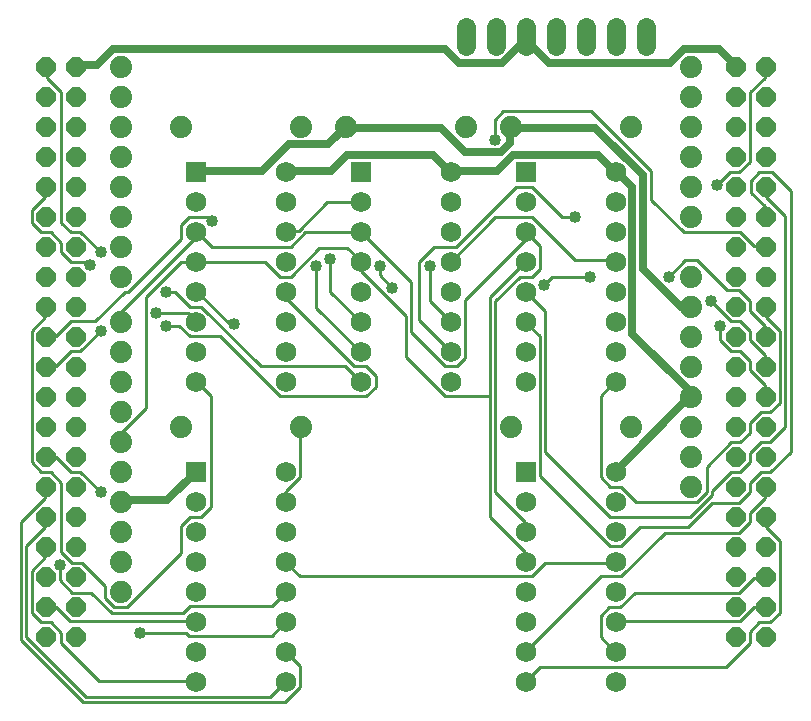
<source format=gbl>
G75*
%MOIN*%
%OFA0B0*%
%FSLAX25Y25*%
%IPPOS*%
%LPD*%
%AMOC8*
5,1,8,0,0,1.08239X$1,22.5*
%
%ADD10C,0.07400*%
%ADD11R,0.06800X0.06800*%
%ADD12C,0.06800*%
%ADD13C,0.06400*%
%ADD14OC8,0.06400*%
%ADD15C,0.02500*%
%ADD16C,0.01000*%
%ADD17C,0.04000*%
D10*
X0070000Y0102524D03*
X0070000Y0112524D03*
X0070000Y0122524D03*
X0070000Y0132524D03*
X0070000Y0142524D03*
X0070000Y0152524D03*
X0070000Y0162524D03*
X0070000Y0172524D03*
X0070000Y0182524D03*
X0070000Y0192524D03*
X0070000Y0207524D03*
X0070000Y0217524D03*
X0070000Y0227524D03*
X0070000Y0237524D03*
X0070000Y0247524D03*
X0070000Y0257524D03*
X0070000Y0267524D03*
X0070000Y0277524D03*
X0090000Y0257524D03*
X0130000Y0257524D03*
X0145000Y0257524D03*
X0185000Y0257524D03*
X0200000Y0257524D03*
X0240000Y0257524D03*
X0260000Y0257524D03*
X0260000Y0267524D03*
X0260000Y0277524D03*
X0260000Y0247524D03*
X0260000Y0237524D03*
X0260000Y0227524D03*
X0260000Y0207524D03*
X0260000Y0197524D03*
X0260000Y0187524D03*
X0260000Y0177524D03*
X0260000Y0167524D03*
X0260000Y0157524D03*
X0260000Y0147524D03*
X0260000Y0137524D03*
X0240000Y0157524D03*
X0200000Y0157524D03*
X0130000Y0157524D03*
X0090000Y0157524D03*
D11*
X0095000Y0142524D03*
X0095000Y0242524D03*
X0150000Y0242524D03*
X0205000Y0242524D03*
X0205000Y0142524D03*
D12*
X0205000Y0132524D03*
X0205000Y0122524D03*
X0205000Y0112524D03*
X0205000Y0102524D03*
X0205000Y0092524D03*
X0205000Y0082524D03*
X0205000Y0072524D03*
X0235000Y0072524D03*
X0235000Y0082524D03*
X0235000Y0092524D03*
X0235000Y0102524D03*
X0235000Y0112524D03*
X0235000Y0122524D03*
X0235000Y0132524D03*
X0235000Y0142524D03*
X0235000Y0172524D03*
X0235000Y0182524D03*
X0235000Y0192524D03*
X0235000Y0202524D03*
X0235000Y0212524D03*
X0235000Y0222524D03*
X0235000Y0232524D03*
X0235000Y0242524D03*
X0205000Y0232524D03*
X0205000Y0222524D03*
X0205000Y0212524D03*
X0205000Y0202524D03*
X0205000Y0192524D03*
X0205000Y0182524D03*
X0205000Y0172524D03*
X0180000Y0172524D03*
X0180000Y0182524D03*
X0180000Y0192524D03*
X0180000Y0202524D03*
X0180000Y0212524D03*
X0180000Y0222524D03*
X0180000Y0232524D03*
X0180000Y0242524D03*
X0150000Y0232524D03*
X0150000Y0222524D03*
X0150000Y0212524D03*
X0150000Y0202524D03*
X0150000Y0192524D03*
X0150000Y0182524D03*
X0150000Y0172524D03*
X0125000Y0172524D03*
X0125000Y0182524D03*
X0125000Y0192524D03*
X0125000Y0202524D03*
X0125000Y0212524D03*
X0125000Y0222524D03*
X0125000Y0232524D03*
X0125000Y0242524D03*
X0095000Y0232524D03*
X0095000Y0222524D03*
X0095000Y0212524D03*
X0095000Y0202524D03*
X0095000Y0192524D03*
X0095000Y0182524D03*
X0095000Y0172524D03*
X0125000Y0142524D03*
X0125000Y0132524D03*
X0125000Y0122524D03*
X0125000Y0112524D03*
X0125000Y0102524D03*
X0125000Y0092524D03*
X0125000Y0082524D03*
X0125000Y0072524D03*
X0095000Y0072524D03*
X0095000Y0082524D03*
X0095000Y0092524D03*
X0095000Y0102524D03*
X0095000Y0112524D03*
X0095000Y0122524D03*
X0095000Y0132524D03*
D13*
X0185000Y0284324D02*
X0185000Y0290724D01*
X0195000Y0290724D02*
X0195000Y0284324D01*
X0205000Y0284324D02*
X0205000Y0290724D01*
X0215000Y0290724D02*
X0215000Y0284324D01*
X0225000Y0284324D02*
X0225000Y0290724D01*
X0235000Y0290724D02*
X0235000Y0284324D01*
X0245000Y0284324D02*
X0245000Y0290724D01*
D14*
X0275000Y0277524D03*
X0285000Y0277524D03*
X0285000Y0267524D03*
X0275000Y0267524D03*
X0275000Y0257524D03*
X0285000Y0257524D03*
X0285000Y0247524D03*
X0275000Y0247524D03*
X0275000Y0237524D03*
X0285000Y0237524D03*
X0285000Y0227524D03*
X0275000Y0227524D03*
X0275000Y0217524D03*
X0285000Y0217524D03*
X0285000Y0207524D03*
X0275000Y0207524D03*
X0275000Y0197524D03*
X0285000Y0197524D03*
X0285000Y0187524D03*
X0275000Y0187524D03*
X0275000Y0177524D03*
X0285000Y0177524D03*
X0285000Y0167524D03*
X0275000Y0167524D03*
X0275000Y0157524D03*
X0285000Y0157524D03*
X0285000Y0147524D03*
X0275000Y0147524D03*
X0275000Y0137524D03*
X0285000Y0137524D03*
X0285000Y0127524D03*
X0275000Y0127524D03*
X0275000Y0117524D03*
X0285000Y0117524D03*
X0285000Y0107524D03*
X0275000Y0107524D03*
X0275000Y0097524D03*
X0285000Y0097524D03*
X0285000Y0087524D03*
X0275000Y0087524D03*
X0055000Y0087524D03*
X0055000Y0097524D03*
X0045000Y0097524D03*
X0045000Y0087524D03*
X0045000Y0107524D03*
X0045000Y0117524D03*
X0045000Y0127524D03*
X0055000Y0127524D03*
X0055000Y0117524D03*
X0055000Y0107524D03*
X0055000Y0137524D03*
X0055000Y0147524D03*
X0055000Y0157524D03*
X0055000Y0167524D03*
X0045000Y0167524D03*
X0045000Y0157524D03*
X0045000Y0147524D03*
X0045000Y0137524D03*
X0045000Y0177524D03*
X0045000Y0187524D03*
X0045000Y0197524D03*
X0045000Y0207524D03*
X0055000Y0207524D03*
X0055000Y0197524D03*
X0055000Y0187524D03*
X0055000Y0177524D03*
X0055000Y0217524D03*
X0055000Y0227524D03*
X0055000Y0237524D03*
X0045000Y0237524D03*
X0045000Y0227524D03*
X0045000Y0217524D03*
X0045000Y0247524D03*
X0045000Y0257524D03*
X0045000Y0267524D03*
X0045000Y0277524D03*
X0055000Y0277524D03*
X0055000Y0267524D03*
X0055000Y0257524D03*
X0055000Y0247524D03*
D15*
X0055000Y0277524D02*
X0055238Y0277958D01*
X0062015Y0277958D01*
X0067436Y0283379D01*
X0178120Y0283379D01*
X0182638Y0278861D01*
X0197094Y0278861D01*
X0204323Y0286090D01*
X0205000Y0287524D01*
X0205226Y0287445D01*
X0205226Y0286541D01*
X0212906Y0278861D01*
X0253114Y0278861D01*
X0257632Y0283379D01*
X0269378Y0283379D01*
X0274799Y0277958D01*
X0275000Y0277524D01*
X0244079Y0241364D02*
X0228267Y0257176D01*
X0200257Y0257176D01*
X0200000Y0257524D01*
X0199805Y0256273D01*
X0199805Y0252207D01*
X0196643Y0249044D01*
X0184897Y0249044D01*
X0176765Y0257176D01*
X0146044Y0257176D01*
X0145000Y0257524D01*
X0144689Y0257176D01*
X0139268Y0251755D01*
X0126166Y0251755D01*
X0117131Y0242719D01*
X0095446Y0242719D01*
X0095000Y0242524D01*
X0125000Y0242524D02*
X0125263Y0242719D01*
X0140171Y0242719D01*
X0145593Y0248141D01*
X0174054Y0248141D01*
X0179024Y0243171D01*
X0180000Y0242524D01*
X0180379Y0242719D01*
X0195287Y0242719D01*
X0200709Y0248141D01*
X0229170Y0248141D01*
X0234592Y0242719D01*
X0235000Y0242524D01*
X0235947Y0241816D01*
X0240465Y0237298D01*
X0240465Y0188507D01*
X0258987Y0169984D01*
X0258987Y0168629D01*
X0260000Y0167524D01*
X0259891Y0167725D01*
X0235043Y0142878D01*
X0235000Y0142524D01*
X0256728Y0197542D02*
X0244079Y0210192D01*
X0244079Y0241364D01*
X0256728Y0197542D02*
X0259891Y0197542D01*
X0260000Y0197524D01*
X0095000Y0142524D02*
X0094994Y0142426D01*
X0085507Y0132939D01*
X0070147Y0132939D01*
X0070000Y0132524D01*
D16*
X0057497Y0065625D02*
X0124811Y0065625D01*
X0129781Y0070594D01*
X0129781Y0077823D01*
X0125263Y0082341D01*
X0125000Y0082524D01*
X0120293Y0087762D02*
X0124811Y0092280D01*
X0125000Y0092524D01*
X0120293Y0097701D02*
X0124811Y0102219D01*
X0125000Y0102524D01*
X0120293Y0097701D02*
X0093187Y0097701D01*
X0090928Y0095442D01*
X0066984Y0095442D01*
X0060208Y0102219D01*
X0053883Y0102219D01*
X0049817Y0106284D01*
X0049817Y0111254D01*
X0053883Y0112157D02*
X0050269Y0115772D01*
X0050269Y0138812D01*
X0046655Y0142426D01*
X0043492Y0142426D01*
X0040330Y0145589D01*
X0040330Y0189410D01*
X0044847Y0193928D01*
X0044847Y0197091D01*
X0045000Y0197524D01*
X0053431Y0192573D02*
X0048462Y0187603D01*
X0045299Y0187603D01*
X0045000Y0187524D01*
X0053431Y0182634D02*
X0048462Y0177664D01*
X0045299Y0177664D01*
X0045000Y0177524D01*
X0053431Y0182634D02*
X0056594Y0182634D01*
X0063370Y0189410D01*
X0061563Y0192573D02*
X0071502Y0202512D01*
X0072406Y0202512D01*
X0090025Y0220131D01*
X0090025Y0224649D01*
X0092735Y0227359D01*
X0099060Y0227359D01*
X0100415Y0226004D01*
X0095898Y0221486D02*
X0095000Y0222524D01*
X0095446Y0222390D01*
X0100415Y0217420D01*
X0126618Y0217420D01*
X0131588Y0222390D01*
X0149658Y0222390D01*
X0150000Y0222524D01*
X0150110Y0222390D01*
X0166826Y0205674D01*
X0166826Y0188959D01*
X0178120Y0177664D01*
X0182186Y0177664D01*
X0184897Y0180375D01*
X0184897Y0199801D01*
X0206130Y0221034D01*
X0205000Y0222524D01*
X0205226Y0222390D01*
X0209744Y0217872D01*
X0209744Y0210192D01*
X0207033Y0207481D01*
X0202968Y0207481D01*
X0194836Y0199349D01*
X0194836Y0135650D01*
X0204775Y0125711D01*
X0204775Y0122548D01*
X0205000Y0122524D01*
X0204775Y0115772D02*
X0193029Y0127518D01*
X0193029Y0167725D01*
X0178120Y0167725D01*
X0165019Y0180827D01*
X0165019Y0194380D01*
X0150110Y0209288D01*
X0150110Y0212451D01*
X0150000Y0212524D01*
X0149658Y0212903D01*
X0145593Y0216969D01*
X0136105Y0216969D01*
X0126618Y0207481D01*
X0123004Y0207481D01*
X0118034Y0212451D01*
X0095446Y0212451D01*
X0095000Y0212524D01*
X0094542Y0212451D01*
X0090025Y0212451D01*
X0078279Y0200705D01*
X0078279Y0163659D01*
X0070147Y0155528D01*
X0070147Y0152817D01*
X0070000Y0152524D01*
X0056594Y0142426D02*
X0063370Y0135650D01*
X0056594Y0142426D02*
X0053431Y0142426D01*
X0048462Y0147396D01*
X0045299Y0147396D01*
X0045000Y0147524D01*
X0045000Y0137524D02*
X0044847Y0137457D01*
X0044847Y0133843D01*
X0036716Y0125711D01*
X0036716Y0086406D01*
X0057497Y0065625D01*
X0058401Y0067432D02*
X0119842Y0067432D01*
X0124811Y0072402D01*
X0125000Y0072524D01*
X0120293Y0087762D02*
X0092735Y0087762D01*
X0091832Y0088665D01*
X0076471Y0088665D01*
X0071954Y0097249D02*
X0090025Y0115320D01*
X0090025Y0124355D01*
X0093187Y0127518D01*
X0096801Y0127518D01*
X0099964Y0130680D01*
X0099964Y0167725D01*
X0095446Y0172243D01*
X0095000Y0172524D01*
X0093187Y0187603D02*
X0103126Y0187603D01*
X0123004Y0167725D01*
X0151917Y0167725D01*
X0155080Y0170888D01*
X0155080Y0174502D01*
X0151917Y0177664D01*
X0147851Y0177664D01*
X0125263Y0200253D01*
X0125263Y0202512D01*
X0125000Y0202524D01*
X0135202Y0197091D02*
X0135202Y0211095D01*
X0139719Y0213354D02*
X0139719Y0202512D01*
X0149658Y0192573D01*
X0150000Y0192524D01*
X0160501Y0203867D02*
X0156435Y0207933D01*
X0156435Y0211095D01*
X0169536Y0212451D02*
X0169536Y0193025D01*
X0179927Y0182634D01*
X0180000Y0182524D01*
X0180000Y0192524D02*
X0179927Y0192573D01*
X0173151Y0199349D01*
X0173151Y0211095D01*
X0169536Y0212451D02*
X0174506Y0217420D01*
X0181734Y0217420D01*
X0201612Y0237298D01*
X0207033Y0237298D01*
X0216972Y0227359D01*
X0221490Y0227359D01*
X0221490Y0212903D02*
X0207033Y0227359D01*
X0194836Y0227359D01*
X0180000Y0212524D01*
X0193029Y0200705D02*
X0204775Y0212451D01*
X0205000Y0212524D01*
X0211099Y0204771D02*
X0213810Y0207481D01*
X0226460Y0207481D01*
X0221490Y0212903D02*
X0234592Y0212903D01*
X0235000Y0212524D01*
X0252662Y0207481D02*
X0258084Y0212903D01*
X0262150Y0212903D01*
X0272089Y0202964D01*
X0276155Y0202964D01*
X0279769Y0199349D01*
X0279769Y0196187D01*
X0284738Y0191218D01*
X0284738Y0187603D01*
X0285000Y0187524D01*
X0289708Y0189410D02*
X0289708Y0165467D01*
X0286545Y0162304D01*
X0283383Y0162304D01*
X0279769Y0158690D01*
X0279769Y0155528D01*
X0276606Y0152365D01*
X0273444Y0152365D01*
X0265312Y0144233D01*
X0265312Y0135650D01*
X0262150Y0132487D01*
X0241820Y0132487D01*
X0236850Y0137457D01*
X0233236Y0137457D01*
X0230074Y0140619D01*
X0230074Y0167725D01*
X0234592Y0172243D01*
X0235000Y0172524D01*
X0209744Y0187603D02*
X0205226Y0192121D01*
X0205000Y0192524D01*
X0209744Y0187603D02*
X0209744Y0141071D01*
X0233236Y0117579D01*
X0236850Y0117579D01*
X0243175Y0123904D01*
X0258987Y0123904D01*
X0267119Y0132035D01*
X0276155Y0132035D01*
X0279769Y0135650D01*
X0279769Y0138812D01*
X0283383Y0142426D01*
X0286545Y0142426D01*
X0293322Y0149203D01*
X0293322Y0235943D01*
X0286997Y0242268D01*
X0282931Y0242268D01*
X0280220Y0239557D01*
X0280220Y0235491D01*
X0284738Y0230973D01*
X0284738Y0227811D01*
X0285000Y0227524D01*
X0291515Y0227811D02*
X0285190Y0234136D01*
X0285190Y0237298D01*
X0285000Y0237524D01*
X0279769Y0245882D02*
X0276155Y0242268D01*
X0272992Y0242268D01*
X0268926Y0238202D01*
X0279769Y0245882D02*
X0279769Y0268922D01*
X0284738Y0273892D01*
X0284738Y0277506D01*
X0285000Y0277524D01*
X0246789Y0242719D02*
X0226911Y0262597D01*
X0197546Y0262597D01*
X0194836Y0259887D01*
X0194836Y0253110D01*
X0150000Y0232524D02*
X0149658Y0232329D01*
X0138816Y0232329D01*
X0129329Y0222842D01*
X0125263Y0222842D01*
X0125000Y0222524D01*
X0135202Y0197091D02*
X0149658Y0182634D01*
X0150000Y0182524D01*
X0144689Y0177664D02*
X0149658Y0172695D01*
X0150000Y0172524D01*
X0144689Y0177664D02*
X0116679Y0177664D01*
X0096801Y0197542D01*
X0093187Y0197542D01*
X0088218Y0202512D01*
X0085055Y0202512D01*
X0081893Y0195283D02*
X0092283Y0195283D01*
X0094994Y0192573D01*
X0095000Y0192524D01*
X0093187Y0187603D02*
X0089573Y0191218D01*
X0085055Y0191218D01*
X0070147Y0192573D02*
X0070000Y0192524D01*
X0070147Y0192573D02*
X0070147Y0195735D01*
X0095898Y0221486D01*
X0095446Y0202512D02*
X0095000Y0202524D01*
X0095446Y0202512D02*
X0106288Y0191669D01*
X0107644Y0191669D01*
X0130000Y0157524D02*
X0129781Y0157335D01*
X0129781Y0140619D01*
X0125263Y0136101D01*
X0125263Y0132939D01*
X0125000Y0132524D01*
X0125000Y0112524D02*
X0125263Y0112157D01*
X0129781Y0107640D01*
X0207033Y0107640D01*
X0211551Y0112157D01*
X0234592Y0112157D01*
X0235000Y0112524D01*
X0236850Y0107640D02*
X0230074Y0107640D01*
X0205226Y0082792D01*
X0205000Y0082524D01*
X0209744Y0077371D02*
X0205226Y0072853D01*
X0205000Y0072524D01*
X0209744Y0077371D02*
X0271637Y0077371D01*
X0279769Y0085503D01*
X0279769Y0089117D01*
X0282931Y0092280D01*
X0286545Y0092280D01*
X0289708Y0095442D01*
X0289708Y0119386D01*
X0285190Y0123904D01*
X0285190Y0127518D01*
X0285000Y0127524D01*
X0279769Y0128873D02*
X0284738Y0133843D01*
X0284738Y0137457D01*
X0285000Y0137524D01*
X0279769Y0145589D02*
X0276606Y0142426D01*
X0273444Y0142426D01*
X0267119Y0136101D01*
X0267119Y0134746D01*
X0259891Y0127518D01*
X0233236Y0127518D01*
X0211551Y0149203D01*
X0211551Y0196187D01*
X0205226Y0202512D01*
X0205000Y0202524D01*
X0193029Y0200705D02*
X0193029Y0167725D01*
X0204775Y0115772D02*
X0204775Y0112609D01*
X0205000Y0112524D01*
X0230074Y0094538D02*
X0230074Y0087310D01*
X0234592Y0082792D01*
X0235000Y0082524D01*
X0235000Y0092524D02*
X0235043Y0092731D01*
X0276606Y0092731D01*
X0281124Y0097249D01*
X0284738Y0097249D01*
X0285000Y0097524D01*
X0276155Y0102219D02*
X0241368Y0102219D01*
X0236399Y0097249D01*
X0232784Y0097249D01*
X0230074Y0094538D01*
X0236850Y0107640D02*
X0251307Y0122096D01*
X0276155Y0122096D01*
X0279769Y0125711D01*
X0279769Y0128873D01*
X0279769Y0145589D02*
X0279769Y0148751D01*
X0283383Y0152365D01*
X0286545Y0152365D01*
X0291515Y0157335D01*
X0291515Y0227811D01*
X0284738Y0217872D02*
X0281124Y0217872D01*
X0276606Y0222390D01*
X0257632Y0222390D01*
X0246789Y0233232D01*
X0246789Y0242719D01*
X0284738Y0217872D02*
X0285000Y0217524D01*
X0266667Y0199349D02*
X0273444Y0192573D01*
X0276606Y0192573D01*
X0279769Y0189410D01*
X0279769Y0186248D01*
X0284738Y0181279D01*
X0284738Y0177664D01*
X0285000Y0177524D01*
X0279769Y0176309D02*
X0284738Y0171340D01*
X0284738Y0167725D01*
X0285000Y0167524D01*
X0279769Y0176309D02*
X0279769Y0179471D01*
X0276606Y0182634D01*
X0273444Y0182634D01*
X0269830Y0186248D01*
X0269830Y0191218D01*
X0285190Y0193928D02*
X0289708Y0189410D01*
X0285190Y0193928D02*
X0285190Y0197091D01*
X0285000Y0197524D01*
X0285000Y0107524D02*
X0284738Y0107188D01*
X0281124Y0107188D01*
X0276155Y0102219D01*
X0094994Y0092731D02*
X0095000Y0092524D01*
X0094994Y0092731D02*
X0052979Y0092731D01*
X0048462Y0097249D01*
X0045299Y0097249D01*
X0045000Y0097524D01*
X0040330Y0095442D02*
X0043492Y0092280D01*
X0046655Y0092280D01*
X0050269Y0088665D01*
X0050269Y0085503D01*
X0062918Y0072853D01*
X0094994Y0072853D01*
X0095000Y0072524D01*
X0071954Y0097249D02*
X0067888Y0097249D01*
X0064725Y0100411D01*
X0064725Y0104477D01*
X0057045Y0112157D01*
X0053883Y0112157D01*
X0044847Y0113965D02*
X0040330Y0109447D01*
X0040330Y0095442D01*
X0038523Y0087310D02*
X0058401Y0067432D01*
X0038523Y0087310D02*
X0038523Y0117579D01*
X0044847Y0123904D01*
X0044847Y0127518D01*
X0045000Y0127524D01*
X0045000Y0117524D02*
X0044847Y0117127D01*
X0044847Y0113965D01*
X0053431Y0192573D02*
X0061563Y0192573D01*
X0059756Y0211547D02*
X0058852Y0212451D01*
X0053431Y0212451D01*
X0050269Y0215613D01*
X0050269Y0218776D01*
X0046655Y0222390D01*
X0043492Y0222390D01*
X0040330Y0225552D01*
X0040330Y0229618D01*
X0044847Y0234136D01*
X0044847Y0237298D01*
X0045000Y0237524D01*
X0050269Y0225552D02*
X0053431Y0222390D01*
X0056594Y0222390D01*
X0063370Y0215613D01*
X0050269Y0225552D02*
X0050269Y0268922D01*
X0045299Y0273892D01*
X0045299Y0277506D01*
X0045000Y0277524D01*
D17*
X0100415Y0226004D03*
X0085055Y0202512D03*
X0081893Y0195283D03*
X0085055Y0191218D03*
X0063370Y0189410D03*
X0059756Y0211547D03*
X0063370Y0215613D03*
X0107644Y0191669D03*
X0135202Y0211095D03*
X0139719Y0213354D03*
X0156435Y0211095D03*
X0160501Y0203867D03*
X0173151Y0211095D03*
X0211099Y0204771D03*
X0226460Y0207481D03*
X0221490Y0227359D03*
X0194836Y0253110D03*
X0252662Y0207481D03*
X0266667Y0199349D03*
X0269830Y0191218D03*
X0268926Y0238202D03*
X0076471Y0088665D03*
X0049817Y0111254D03*
X0063370Y0135650D03*
M02*

</source>
